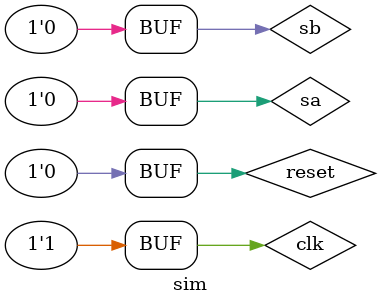
<source format=sv>
`timescale 1ns / 1ps

module sim();
    
    logic clk, reset, sa, sb;
    logic [5:0] led;
    
    FSMClock clock( clk, reset, sa, sb, led );
    
    initial
        begin  
            reset=1; #20;
            reset=0; #20;
            sa=0; sb=0; #20;    
            
              clk=0;#20;    clk=1; #20;   
              clk=0;#20;    clk=1; #20;   
              clk=0;#20;    clk=1; #20;   
              clk=0;#20;    clk=1; #20;   
              clk=0;#20;    clk=1; #20;   
              clk=0;#20;    clk=1; #20;  
               clk=0;#20;    clk=1; #20;   
                           clk=0;#20;    clk=1; #20;   
                           clk=0;#20;    clk=1; #20;   
                           clk=0;#20;    clk=1; #20;   
                           clk=0;#20;    clk=1; #20;   
                           clk=0;#20;    clk=1; #20;
                            clk=0;#20;    clk=1; #20;   
                                        clk=0;#20;    clk=1; #20;   
                                        clk=0;#20;    clk=1; #20;   
                                        clk=0;#20;    clk=1; #20;   
                                        clk=0;#20;    clk=1; #20;   
                                        clk=0;#20;    clk=1; #20;     
           /* clk=0; sa=0; sb=0; #20;    
            clk=1; sa=0; sb=1; #20;
            clk=0; sa=1; sb=0; #20;
            clk=1; sa=1; sb=1; #20;
          
            clk=0; sa=0; sb=0; #20;
            clk=1; sa=0; sb=1; #20;
            clk=0; sa=1; sb=0; #20;
            clk=1; sa=1; sb=1; #20;
            
            clk=0; sa=0; sb=0; #20;
            clk=1; sa=0; sb=1; #20;
            clk=0; sa=1; sb=0; #20;
            clk=1; sa=1; sb=1; #20;
            
            clk=0; sa=0; sb=0; #20;
            clk=1; sa=0; sb=1; #20;
            clk=0; sa=1; sb=0; #20;
            clk=1; sa=1; sb=1; #20;
            
            clk=0; sa=0; sb=0; #20;
            clk=1; sa=0; sb=1; #20;
            clk=0; sa=1; sb=0; #20;
            clk=1; sa=1; sb=1; #20;
                        
            clk=0; sa=0; sb=0; #20;
            clk=1; sa=0; sb=1; #20;
            clk=0; sa=1; sb=0; #20;
            clk=1; sa=1; sb=1; #20;
                                    
            clk=0; sa=0; sb=0; #20;
            clk=1; sa=0; sb=1; #20;
            clk=0; sa=1; sb=0; #20;
            clk=1; sa=1; sb=1; #20;
                                                
            clk=0; sa=0; sb=0; #20;
            clk=1; sa=0; sb=1; #20;
            clk=0; sa=1; sb=0; #20;
            clk=1; sa=1; sb=1; #20;*/
        end
endmodule
</source>
